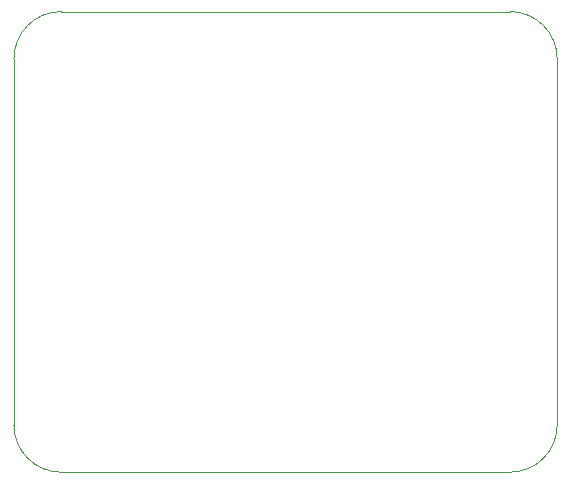
<source format=gbr>
%TF.GenerationSoftware,KiCad,Pcbnew,(5.1.10)-1*%
%TF.CreationDate,2021-09-17T22:01:12+03:00*%
%TF.ProjectId,G800Interface,47383030-496e-4746-9572-666163652e6b,rev?*%
%TF.SameCoordinates,Original*%
%TF.FileFunction,Profile,NP*%
%FSLAX46Y46*%
G04 Gerber Fmt 4.6, Leading zero omitted, Abs format (unit mm)*
G04 Created by KiCad (PCBNEW (5.1.10)-1) date 2021-09-17 22:01:12*
%MOMM*%
%LPD*%
G01*
G04 APERTURE LIST*
%TA.AperFunction,Profile*%
%ADD10C,0.050000*%
%TD*%
G04 APERTURE END LIST*
D10*
X123000000Y-66000000D02*
G75*
G02*
X127000000Y-70000000I0J-4000000D01*
G01*
X127000000Y-101000000D02*
G75*
G02*
X123000000Y-105000000I-4000000J0D01*
G01*
X85000000Y-105000000D02*
G75*
G02*
X81000000Y-101000000I0J4000000D01*
G01*
X81000000Y-70000000D02*
G75*
G02*
X85000000Y-66000000I4000000J0D01*
G01*
X81000000Y-101000000D02*
X81000000Y-70000000D01*
X123000000Y-105000000D02*
X85000000Y-105000000D01*
X127000000Y-70000000D02*
X127000000Y-101000000D01*
X85000000Y-66000000D02*
X123000000Y-66000000D01*
M02*

</source>
